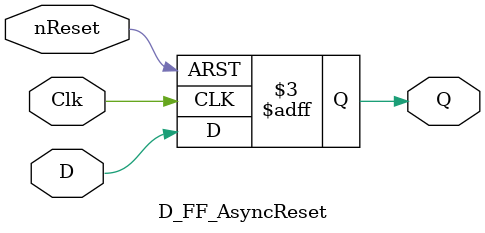
<source format=v>

module D_FF_AsyncReset (
    input  wire Clk,
    input  wire nReset,  // active-low asynchronous
    input  wire D,
    output reg  Q
);
    always @(posedge Clk or negedge nReset) begin
        if (!nReset)		 // reset active when nReset = 0
            Q <= 1'b0;   // immediate clear, independent of clock 
        else
            Q <= D;      // normal operation
    end
endmodule

</source>
